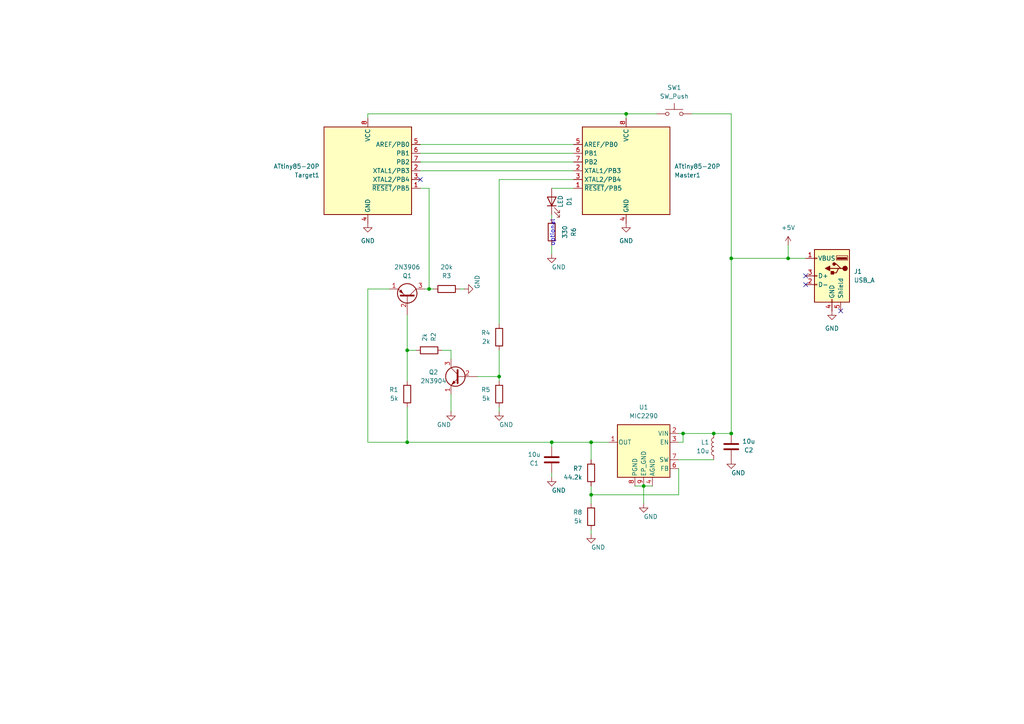
<source format=kicad_sch>
(kicad_sch (version 20231120) (generator "eeschema") (generator_version "8.0")
  (paper "A4")
  (lib_symbols
    (symbol "Connector:USB_A" (pin_names (offset 1.016))
      (property "Reference" "J" (at -5.08 11.43 0))
      (property "Value" "USB_A" (at -5.08 8.89 0))
      (symbol "USB_A_0_1"
        (rectangle (start -5.08 -7.62) (end 5.08 7.62) (stroke (width 0.254)) (fill (type background)))
        (circle (center -3.81 2.159) (radius 0.635) (stroke (width 0.254)) (fill (type outline)))
        (rectangle (start -1.524 4.826) (end -4.318 5.334) (fill (type outline)))
        (rectangle (start -1.27 4.572) (end -4.572 5.842))
        (circle (center -0.635 3.429) (radius 0.381) (stroke (width 0.254)) (fill (type outline)))
        (rectangle (start -0.127 -7.62) (end 0.127 -6.858))
        (polyline (pts (xy -3.175 2.159) (xy -2.54 2.159) (xy -1.27 3.429) (xy -0.635 3.429)) (stroke (width 0.254)))
        (polyline (pts (xy -2.54 2.159) (xy -1.905 2.159) (xy -1.27 0.889) (xy 0 0.889)) (stroke (width 0.254)))
        (polyline (pts (xy 0.635 2.794) (xy 0.635 1.524) (xy 1.905 2.159) (xy 0.635 2.794)) (stroke (width 0.254)) (fill (type outline)))
        (rectangle (start 0.254 1.27) (end -0.508 0.508) (stroke (width 0.254)) (fill (type outline)))
        (rectangle (start 5.08 -2.667) (end 4.318 -2.413))
        (rectangle (start 5.08 -0.127) (end 4.318 0.127))
        (rectangle (start 5.08 4.953) (end 4.318 5.207))
      )
      (symbol "USB_A_1_1"
        (polyline (pts (xy -1.905 2.159) (xy 0.635 2.159)) (stroke (width 0.254)))
        (pin power_in line (at 7.62 5.08 180) (length 2.54) (name "VBUS") (number "1"))
        (pin bidirectional line (at 7.62 -2.54 180) (length 2.54) (name "D-") (number "2"))
        (pin bidirectional line (at 7.62 0 180) (length 2.54) (name "D+") (number "3"))
        (pin power_in line (at 0 -10.16 90) (length 2.54) (name "GND") (number "4"))
        (pin passive line (at -2.54 -10.16 90) (length 2.54) (name "Shield") (number "5"))
      )
    )
    (symbol "Device:C" (pin_numbers hide) (pin_names (offset 0.254))
      (property "Reference" "C" (at 0.635 2.54 0))
      (property "Value" "C" (at 0.635 -2.54 0))
      (symbol "C_0_1"
        (polyline (pts (xy -2.032 -0.762) (xy 2.032 -0.762)) (stroke (width 0.508)))
        (polyline (pts (xy -2.032 0.762) (xy 2.032 0.762)) (stroke (width 0.508)))
      )
      (symbol "C_1_1"
        (pin passive line (at 0 3.81 270) (length 2.794) (name "~") (number "1"))
        (pin passive line (at 0 -3.81 90) (length 2.794) (name "~") (number "2"))
      )
    )
    (symbol "Device:L" (pin_numbers hide) (pin_names (offset 1.016) hide)
      (property "Reference" "L" (at -1.27 0 90))
      (property "Value" "L" (at 1.905 0 90))
      (symbol "L_0_1"
        (arc (start 0 -2.54) (mid 0.6323 -1.905) (end 0 -1.27))
        (arc (start 0 -1.27) (mid 0.6323 -0.635) (end 0 0))
        (arc (start 0 0) (mid 0.6323 0.635) (end 0 1.27))
        (arc (start 0 1.27) (mid 0.6323 1.905) (end 0 2.54))
      )
      (symbol "L_1_1"
        (pin passive line (at 0 3.81 270) (length 1.27) (name "1") (number "1"))
        (pin passive line (at 0 -3.81 90) (length 1.27) (name "2") (number "2"))
      )
    )
    (symbol "Device:LED" (pin_numbers hide) (pin_names (offset 1.016) hide)
      (property "Reference" "D" (at 0 2.54 0))
      (property "Value" "LED" (at 0 -2.54 0))
      (symbol "LED_0_1"
        (polyline (pts (xy -1.27 -1.27) (xy -1.27 1.27)) (stroke (width 0.254)))
        (polyline (pts (xy -1.27 0) (xy 1.27 0)))
        (polyline (pts (xy 1.27 -1.27) (xy 1.27 1.27) (xy -1.27 0) (xy 1.27 -1.27)) (stroke (width 0.254)))
        (polyline (pts (xy -3.048 -0.762) (xy -4.572 -2.286) (xy -3.81 -2.286) (xy -4.572 -2.286) (xy -4.572 -1.524)))
        (polyline (pts (xy -1.778 -0.762) (xy -3.302 -2.286) (xy -2.54 -2.286) (xy -3.302 -2.286) (xy -3.302 -1.524)))
      )
      (symbol "LED_1_1"
        (pin passive line (at -3.81 0 0) (length 2.54) (name "K") (number "1"))
        (pin passive line (at 3.81 0 180) (length 2.54) (name "A") (number "2"))
      )
    )
    (symbol "Device:R" (pin_numbers hide) (pin_names (offset 0))
      (property "Reference" "R" (at 2.032 0 90))
      (property "Value" "R" (at 0 0 90))
      (symbol "R_0_1"
        (rectangle (start -1.016 -2.54) (end 1.016 2.54) (stroke (width 0.254)))
      )
      (symbol "R_1_1"
        (pin passive line (at 0 3.81 270) (length 1.27) (name "~") (number "1"))
        (pin passive line (at 0 -3.81 90) (length 1.27) (name "~") (number "2"))
      )
    )
    (symbol "MCU_Microchip_ATtiny:ATtiny85-20P"
      (property "Reference" "U" (at -12.7 13.97 0))
      (property "Value" "ATtiny85-20P" (at 2.54 -13.97 0))
      (symbol "ATtiny85-20P_0_1"
        (rectangle (start -12.7 -12.7) (end 12.7 12.7) (stroke (width 0.254)) (fill (type background)))
      )
      (symbol "ATtiny85-20P_1_1"
        (pin bidirectional line (at 15.24 -5.08 180) (length 2.54) (name "~{RESET}/PB5") (number "1"))
        (pin bidirectional line (at 15.24 0 180) (length 2.54) (name "XTAL1/PB3") (number "2"))
        (pin bidirectional line (at 15.24 -2.54 180) (length 2.54) (name "XTAL2/PB4") (number "3"))
        (pin power_in line (at 0 -15.24 90) (length 2.54) (name "GND") (number "4"))
        (pin bidirectional line (at 15.24 7.62 180) (length 2.54) (name "AREF/PB0") (number "5"))
        (pin bidirectional line (at 15.24 5.08 180) (length 2.54) (name "PB1") (number "6"))
        (pin bidirectional line (at 15.24 2.54 180) (length 2.54) (name "PB2") (number "7"))
        (pin power_in line (at 0 15.24 270) (length 2.54) (name "VCC") (number "8"))
      )
    )
    (symbol "Regulator_Switching:MIC2290" (pin_names (offset 0.254))
      (property "Reference" "U" (at -7.62 8.89 0))
      (property "Value" "MIC2290" (at 0 8.89 0))
      (symbol "MIC2290_0_1"
        (rectangle (start -7.62 7.62) (end 7.62 -7.62) (stroke (width 0.254)) (fill (type background)))
      )
      (symbol "MIC2290_1_1"
        (pin power_out line (at 10.16 2.54 180) (length 2.54) (name "OUT") (number "1"))
        (pin power_in line (at -10.16 5.08 0) (length 2.54) (name "VIN") (number "2"))
        (pin input line (at -10.16 2.54 0) (length 2.54) (name "EN") (number "3"))
        (pin power_in line (at -2.54 -10.16 90) (length 2.54) (name "AGND") (number "4"))
        (pin no_connect line (at 5.08 5.08 180) (length 2.54) hide (name "NC") (number "5"))
        (pin input line (at -10.16 -5.08 0) (length 2.54) (name "FB") (number "6"))
        (pin input line (at -10.16 -2.54 0) (length 2.54) (name "SW") (number "7"))
        (pin power_in line (at 2.54 -10.16 90) (length 2.54) (name "PGND") (number "8"))
        (pin power_in line (at 0 -10.16 90) (length 2.54) (name "EP_GND") (number "9"))
      )
    )
    (symbol "Switch:SW_Push" (pin_numbers hide) (pin_names (offset 1.016) hide)
      (property "Reference" "SW" (at 1.27 2.54 0))
      (property "Value" "SW_Push" (at 0 -1.524 0))
      (symbol "SW_Push_0_1"
        (circle (center -2.032 0) (radius 0.508))
        (polyline (pts (xy 0 1.27) (xy 0 3.048)))
        (polyline (pts (xy 2.54 1.27) (xy -2.54 1.27)))
        (circle (center 2.032 0) (radius 0.508))
        (pin passive line (at -5.08 0 0) (length 2.54) (name "1") (number "1"))
        (pin passive line (at 5.08 0 180) (length 2.54) (name "2") (number "2"))
      )
    )
    (symbol "Transistor_BJT:2N3904" (pin_names (offset 0) hide)
      (property "Reference" "Q" (at 5.08 1.905 0))
      (property "Value" "2N3904" (at 5.08 0 0))
      (symbol "2N3904_0_1"
        (polyline (pts (xy 0.635 0.635) (xy 2.54 2.54)))
        (polyline (pts (xy 0.635 -0.635) (xy 2.54 -2.54) (xy 2.54 -2.54)))
        (polyline (pts (xy 0.635 1.905) (xy 0.635 -1.905) (xy 0.635 -1.905)) (stroke (width 0.508)))
        (polyline (pts (xy 1.27 -1.778) (xy 1.778 -1.27) (xy 2.286 -2.286) (xy 1.27 -1.778) (xy 1.27 -1.778)) (fill (type outline)))
        (circle (center 1.27 0) (radius 2.8194) (stroke (width 0.254)))
      )
      (symbol "2N3904_1_1"
        (pin passive line (at 2.54 -5.08 90) (length 2.54) (name "E") (number "1"))
        (pin passive line (at -5.08 0 0) (length 5.715) (name "B") (number "2"))
        (pin passive line (at 2.54 5.08 270) (length 2.54) (name "C") (number "3"))
      )
    )
    (symbol "Transistor_BJT:2N3906" (pin_names (offset 0) hide)
      (property "Reference" "Q" (at 5.08 1.905 0))
      (property "Value" "2N3906" (at 5.08 0 0))
      (symbol "2N3906_0_1"
        (polyline (pts (xy 0.635 0.635) (xy 2.54 2.54)))
        (polyline (pts (xy 0.635 -0.635) (xy 2.54 -2.54) (xy 2.54 -2.54)))
        (polyline (pts (xy 0.635 1.905) (xy 0.635 -1.905) (xy 0.635 -1.905)) (stroke (width 0.508)))
        (polyline (pts (xy 2.286 -1.778) (xy 1.778 -2.286) (xy 1.27 -1.27) (xy 2.286 -1.778) (xy 2.286 -1.778)) (fill (type outline)))
        (circle (center 1.27 0) (radius 2.8194) (stroke (width 0.254)))
      )
      (symbol "2N3906_1_1"
        (pin passive line (at 2.54 -5.08 90) (length 2.54) (name "E") (number "1"))
        (pin input line (at -5.08 0 0) (length 5.715) (name "B") (number "2"))
        (pin passive line (at 2.54 5.08 270) (length 2.54) (name "C") (number "3"))
      )
    )
    (symbol "power:+5V" (power) (pin_numbers hide) (pin_names (offset 0) hide)
      (property "Value" "+5V" (at 0 3.556 0))
      (symbol "+5V_0_1"
        (polyline (pts (xy -0.762 1.27) (xy 0 2.54)))
        (polyline (pts (xy 0 0) (xy 0 2.54)))
        (polyline (pts (xy 0 2.54) (xy 0.762 1.27)))
      )
      (symbol "+5V_1_1"
        (pin power_in line (at 0 0 90) (length 0) (name "~") (number "1"))
      )
    )
    (symbol "power:GND" (power) (pin_numbers hide) (pin_names (offset 0) hide)
      (property "Value" "GND" (at 0 -3.81 0))
      (symbol "GND_0_1"
        (polyline (pts (xy 0 0) (xy 0 -1.27) (xy 1.27 -1.27) (xy 0 -2.54) (xy -1.27 -1.27) (xy 0 -1.27)))
      )
      (symbol "GND_1_1"
        (pin power_in line (at 0 0 270) (length 0) (name "~") (number "1"))
      )
    )
  )
  (junction (at 186.69 140.97))
  (junction (at 212.09 125.73))
  (junction (at 171.45 128.27))
  (junction (at 198.12 125.73))
  (junction (at 207.01 125.73))
  (junction (at 124.46 83.82))
  (junction (at 118.11 101.6))
  (junction (at 171.45 143.51))
  (junction (at 181.61 33.02))
  (junction (at 160.02 128.27))
  (junction (at 228.6 74.93))
  (junction (at 144.78 109.22))
  (junction (at 118.11 128.27))
  (junction (at 212.09 74.93))
  (no_connect (at 243.84 90.17))
  (no_connect (at 233.68 82.55))
  (no_connect (at 233.68 80.01))
  (no_connect (at 121.92 52.07))
  (wire (pts (xy 186.69 140.97) (xy 186.69 146.05)))
  (wire (pts (xy 106.68 33.02) (xy 106.68 34.29)))
  (wire (pts (xy 160.02 137.16) (xy 160.02 138.43)))
  (wire (pts (xy 212.09 74.93) (xy 212.09 125.73)))
  (wire (pts (xy 184.15 140.97) (xy 186.69 140.97)))
  (wire (pts (xy 124.46 83.82) (xy 123.19 83.82)))
  (wire (pts (xy 121.92 49.53) (xy 166.37 49.53)))
  (wire (pts (xy 133.35 83.82) (xy 134.62 83.82)))
  (wire (pts (xy 228.6 71.12) (xy 228.6 74.93)))
  (wire (pts (xy 171.45 128.27) (xy 176.53 128.27)))
  (wire (pts (xy 196.85 128.27) (xy 198.12 128.27)))
  (wire (pts (xy 212.09 33.02) (xy 200.66 33.02)))
  (wire (pts (xy 160.02 62.23) (xy 160.02 63.5)))
  (wire (pts (xy 144.78 118.11) (xy 144.78 119.38)))
  (wire (pts (xy 207.01 125.73) (xy 212.09 125.73)))
  (wire (pts (xy 198.12 125.73) (xy 198.12 128.27)))
  (wire (pts (xy 186.69 140.97) (xy 189.23 140.97)))
  (wire (pts (xy 160.02 128.27) (xy 171.45 128.27)))
  (wire (pts (xy 118.11 101.6) (xy 120.65 101.6)))
  (wire (pts (xy 106.68 83.82) (xy 106.68 128.27)))
  (wire (pts (xy 130.81 119.38) (xy 130.81 114.3)))
  (wire (pts (xy 121.92 46.99) (xy 166.37 46.99)))
  (wire (pts (xy 171.45 143.51) (xy 196.85 143.51)))
  (wire (pts (xy 171.45 153.67) (xy 171.45 154.94)))
  (wire (pts (xy 171.45 128.27) (xy 171.45 133.35)))
  (wire (pts (xy 160.02 128.27) (xy 160.02 129.54)))
  (wire (pts (xy 121.92 41.91) (xy 166.37 41.91)))
  (wire (pts (xy 196.85 125.73) (xy 198.12 125.73)))
  (wire (pts (xy 196.85 135.89) (xy 196.85 143.51)))
  (wire (pts (xy 228.6 74.93) (xy 233.68 74.93)))
  (wire (pts (xy 144.78 109.22) (xy 144.78 110.49)))
  (wire (pts (xy 124.46 83.82) (xy 124.46 54.61)))
  (wire (pts (xy 128.27 101.6) (xy 130.81 101.6)))
  (wire (pts (xy 121.92 44.45) (xy 166.37 44.45)))
  (wire (pts (xy 124.46 83.82) (xy 125.73 83.82)))
  (wire (pts (xy 118.11 128.27) (xy 160.02 128.27)))
  (wire (pts (xy 198.12 125.73) (xy 207.01 125.73)))
  (wire (pts (xy 118.11 118.11) (xy 118.11 128.27)))
  (wire (pts (xy 160.02 71.12) (xy 160.02 73.66)))
  (wire (pts (xy 190.5 33.02) (xy 181.61 33.02)))
  (wire (pts (xy 144.78 52.07) (xy 166.37 52.07)))
  (wire (pts (xy 124.46 54.61) (xy 121.92 54.61)))
  (wire (pts (xy 171.45 143.51) (xy 171.45 146.05)))
  (wire (pts (xy 212.09 74.93) (xy 228.6 74.93)))
  (wire (pts (xy 212.09 33.02) (xy 212.09 74.93)))
  (wire (pts (xy 171.45 140.97) (xy 171.45 143.51)))
  (wire (pts (xy 138.43 109.22) (xy 144.78 109.22)))
  (wire (pts (xy 106.68 33.02) (xy 181.61 33.02)))
  (wire (pts (xy 144.78 101.6) (xy 144.78 109.22)))
  (wire (pts (xy 106.68 128.27) (xy 118.11 128.27)))
  (wire (pts (xy 118.11 91.44) (xy 118.11 101.6)))
  (wire (pts (xy 144.78 52.07) (xy 144.78 93.98)))
  (wire (pts (xy 113.03 83.82) (xy 106.68 83.82)))
  (wire (pts (xy 181.61 33.02) (xy 181.61 34.29)))
  (wire (pts (xy 196.85 133.35) (xy 207.01 133.35)))
  (wire (pts (xy 118.11 101.6) (xy 118.11 110.49)))
  (wire (pts (xy 130.81 101.6) (xy 130.81 104.14)))
  (wire (pts (xy 160.02 54.61) (xy 166.37 54.61)))
  (text "optional" (at 160.274 67.564 90) (effects (font (size 1.27 1.27))))
  (symbol (lib_id "Device:R") (at 144.78 114.3 0) (mirror x) (unit 1)
    (property "Reference" "R5" (at 142.24 113.0299 0) (effects (justify right)))
    (property "Value" "5k" (at 142.24 115.5699 0) (effects (justify right)))
    (property "Footprint" "Resistor_SMD:R_0805_2012Metric" (effects (hide yes)))
    (property "Description" "Resistor" (effects (hide yes)))
  )
  (symbol (lib_id "power:GND") (at 130.81 119.38 0) (unit 1)
    (property "Reference" "#PWR02" (effects (hide yes)))
    (property "Value" "GND" (at 130.8101 123.19 0) (effects (justify right)))
    (property "Description" "Power symbol creates a global label with name \"GND\" , ground" (effects (hide yes)))
  )
  (symbol (lib_id "power:GND") (at 171.45 154.94 0) (mirror y) (unit 1)
    (property "Reference" "#PWR07" (effects (hide yes)))
    (property "Value" "GND" (at 171.4499 158.75 0) (effects (justify right)))
    (property "Description" "Power symbol creates a global label with name \"GND\" , ground" (effects (hide yes)))
  )
  (symbol (lib_id "Device:R") (at 124.46 101.6 90) (mirror x) (unit 1)
    (property "Reference" "R2" (at 125.7301 99.06 0) (effects (justify right)))
    (property "Value" "2k" (at 123.1901 99.06 0) (effects (justify right)))
    (property "Footprint" "Resistor_SMD:R_0603_1608Metric" (effects (hide yes)))
    (property "Description" "Resistor" (effects (hide yes)))
  )
  (symbol (lib_id "Device:R") (at 171.45 137.16 0) (mirror x) (unit 1)
    (property "Reference" "R7" (at 168.91 135.8899 0) (effects (justify right)))
    (property "Value" "44.2k" (at 168.91 138.4299 0) (effects (justify right)))
    (property "Footprint" "Resistor_SMD:R_1206_3216Metric" (effects (hide yes)))
    (property "Description" "Resistor" (effects (hide yes)))
  )
  (symbol (lib_id "MCU_Microchip_ATtiny:ATtiny85-20P") (at 106.68 49.53 0) (unit 1)
    (property "Reference" "Target1" (at 92.71 50.8001 0) (effects (justify right)))
    (property "Value" "ATtiny85-20P" (at 92.71 48.2601 0) (effects (justify right)))
    (property "Footprint" "Package_DIP:DIP-8_W7.62mm" (effects (hide yes)))
    (property "Datasheet" "http://ww1.microchip.com/downloads/en/DeviceDoc/atmel-2586-avr-8-bit-microcontroller-attiny25-attiny45-attiny85_datasheet.pdf" (effects (hide yes)))
    (property "Description" "20MHz, 8kB Flash, 512B SRAM, 512B EEPROM, debugWIRE, DIP-8" (effects (hide yes)))
  )
  (symbol (lib_id "Device:C") (at 160.02 133.35 0) (mirror y) (unit 1)
    (property "Reference" "C1" (at 154.94 134.366 0))
    (property "Value" "10u" (at 154.94 131.826 0))
    (property "Footprint" "Capacitor_SMD:C_1210_3225Metric" (effects (hide yes)))
    (property "Description" "Unpolarized capacitor" (effects (hide yes)))
  )
  (symbol (lib_id "Connector:USB_A") (at 241.3 80.01 0) (mirror y) (unit 1)
    (property "Reference" "J1" (at 247.65 78.7399 0) (effects (justify right)))
    (property "Value" "USB_A" (at 247.65 81.2799 0) (effects (justify right)))
    (property "Footprint" "Connector_USB:USB_A_Molex_48037-2200_Horizontal" (effects (hide yes)))
    (property "Description" "USB Type A connector" (effects (hide yes)))
  )
  (symbol (lib_id "MCU_Microchip_ATtiny:ATtiny85-20P") (at 181.61 49.53 0) (mirror y) (unit 1)
    (property "Reference" "Master1" (at 195.58 50.8001 0) (effects (justify right)))
    (property "Value" "ATtiny85-20P" (at 195.58 48.2601 0) (effects (justify right)))
    (property "Footprint" "Package_DIP:DIP-8_W7.62mm" (effects (hide yes)))
    (property "Datasheet" "http://ww1.microchip.com/downloads/en/DeviceDoc/atmel-2586-avr-8-bit-microcontroller-attiny25-attiny45-attiny85_datasheet.pdf" (effects (hide yes)))
    (property "Description" "20MHz, 8kB Flash, 512B SRAM, 512B EEPROM, debugWIRE, DIP-8" (effects (hide yes)))
  )
  (symbol (lib_id "power:GND") (at 106.68 64.77 0) (unit 1)
    (property "Reference" "#PWR01" (effects (hide yes)))
    (property "Value" "GND" (at 106.68 69.85 0))
    (property "Description" "Power symbol creates a global label with name \"GND\" , ground" (effects (hide yes)))
  )
  (symbol (lib_id "power:GND") (at 181.61 64.77 0) (unit 1)
    (property "Reference" "#PWR08" (effects (hide yes)))
    (property "Value" "GND" (at 181.61 69.85 0))
    (property "Description" "Power symbol creates a global label with name \"GND\" , ground" (effects (hide yes)))
  )
  (symbol (lib_id "power:+5V") (at 228.6 71.12 0) (unit 1)
    (property "Reference" "#PWR012" (effects (hide yes)))
    (property "Value" "+5V" (at 228.6 66.04 0))
    (property "Description" "Power symbol creates a global label with name \"+5V\"" (effects (hide yes)))
  )
  (symbol (lib_id "Device:C") (at 212.09 129.54 0) (unit 1)
    (property "Reference" "C2" (at 217.17 130.556 0))
    (property "Value" "10u" (at 217.17 128.016 0))
    (property "Footprint" "Capacitor_SMD:C_1210_3225Metric" (effects (hide yes)))
    (property "Description" "Unpolarized capacitor" (effects (hide yes)))
  )
  (symbol (lib_id "Device:R") (at 144.78 97.79 0) (mirror x) (unit 1)
    (property "Reference" "R4" (at 142.24 96.5199 0) (effects (justify right)))
    (property "Value" "2k" (at 142.24 99.0599 0) (effects (justify right)))
    (property "Footprint" "Resistor_SMD:R_0603_1608Metric" (effects (hide yes)))
    (property "Description" "Resistor" (effects (hide yes)))
  )
  (symbol (lib_id "power:GND") (at 144.78 119.38 0) (mirror y) (unit 1)
    (property "Reference" "#PWR04" (effects (hide yes)))
    (property "Value" "GND" (at 144.7799 123.19 0) (effects (justify right)))
    (property "Description" "Power symbol creates a global label with name \"GND\" , ground" (effects (hide yes)))
  )
  (symbol (lib_id "Device:R") (at 171.45 149.86 0) (mirror x) (unit 1)
    (property "Reference" "R8" (at 168.91 148.5899 0) (effects (justify right)))
    (property "Value" "5k" (at 168.91 151.1299 0) (effects (justify right)))
    (property "Footprint" "Resistor_SMD:R_0805_2012Metric" (effects (hide yes)))
    (property "Description" "Resistor" (effects (hide yes)))
  )
  (symbol (lib_id "power:GND") (at 241.3 90.17 0) (unit 1)
    (property "Reference" "#PWR011" (effects (hide yes)))
    (property "Value" "GND" (at 241.3 95.25 0))
    (property "Description" "Power symbol creates a global label with name \"GND\" , ground" (effects (hide yes)))
  )
  (symbol (lib_id "Device:R") (at 129.54 83.82 90) (mirror x) (unit 1)
    (property "Reference" "R3" (at 129.54 80.01 90))
    (property "Value" "20k" (at 129.54 77.47 90))
    (property "Footprint" "Resistor_SMD:R_0805_2012Metric" (effects (hide yes)))
    (property "Description" "Resistor" (effects (hide yes)))
  )
  (symbol (lib_id "Regulator_Switching:MIC2290") (at 186.69 130.81 0) (mirror y) (unit 1)
    (property "Reference" "U1" (at 186.69 118.11 0))
    (property "Value" "MIC2290" (at 186.69 120.65 0))
    (property "Footprint" "Package_DFN_QFN:Micrel_MLF-8-1EP_2x2mm_P0.5mm_EP0.6x1.2mm" (effects (hide yes)))
    (property "Datasheet" "http://ww1.microchip.com/downloads/en/DeviceDoc/mic2290.pdf" (effects (hide yes)))
    (property "Description" "1.2 Mhz PWM Boost Regulator with Internal Schotty Diode, MLF-8" (effects (hide yes)))
  )
  (symbol (lib_id "Switch:SW_Push") (at 195.58 33.02 0) (unit 1)
    (property "Reference" "SW1" (at 195.58 25.4 0))
    (property "Value" "SW_Push" (at 195.58 27.94 0))
    (property "Footprint" "Button_Switch_SMD:SW_SPST_Omron_B3FS-101xP" (effects (hide yes)))
    (property "Description" "Push button switch, generic, two pins" (effects (hide yes)))
  )
  (symbol (lib_id "Device:R") (at 160.02 67.31 0) (unit 1)
    (property "Reference" "R6" (at 166.37 67.31 90))
    (property "Value" "330" (at 163.83 67.31 90))
    (property "Footprint" "Resistor_SMD:R_2010_5025Metric" (effects (hide yes)))
    (property "Description" "Resistor" (effects (hide yes)))
  )
  (symbol (lib_id "Device:L") (at 207.01 129.54 0) (mirror y) (unit 1)
    (property "Reference" "L1" (at 205.74 128.2699 0) (effects (justify left)))
    (property "Value" "10u" (at 205.74 130.8099 0) (effects (justify left)))
    (property "Footprint" "miscellaneous:IDCP2218-01" (effects (hide yes)))
    (property "Description" "Inductor" (effects (hide yes)))
  )
  (symbol (lib_id "Transistor_BJT:2N3906") (at 118.11 86.36 270) (mirror x) (unit 1)
    (property "Reference" "Q1" (at 118.11 80.01 90))
    (property "Value" "2N3906" (at 118.11 77.47 90))
    (property "Footprint" "Package_TO_SOT_THT:TO-92_Inline" (effects (hide yes)))
    (property "Datasheet" "https://www.onsemi.com/pub/Collateral/2N3906-D.PDF" (effects (hide yes)))
    (property "Description" "-0.2A Ic, -40V Vce, Small Signal PNP Transistor, TO-92" (effects (hide yes)))
  )
  (symbol (lib_id "power:GND") (at 212.09 133.35 0) (mirror y) (unit 1)
    (property "Reference" "#PWR010" (effects (hide yes)))
    (property "Value" "GND" (at 212.0899 137.16 0) (effects (justify right)))
    (property "Description" "Power symbol creates a global label with name \"GND\" , ground" (effects (hide yes)))
  )
  (symbol (lib_id "power:GND") (at 134.62 83.82 90) (mirror x) (unit 1)
    (property "Reference" "#PWR03" (effects (hide yes)))
    (property "Value" "GND" (at 138.43 83.8201 0) (effects (justify right)))
    (property "Description" "Power symbol creates a global label with name \"GND\" , ground" (effects (hide yes)))
  )
  (symbol (lib_id "power:GND") (at 186.69 146.05 0) (mirror y) (unit 1)
    (property "Reference" "#PWR09" (effects (hide yes)))
    (property "Value" "GND" (at 186.6899 149.86 0) (effects (justify right)))
    (property "Description" "Power symbol creates a global label with name \"GND\" , ground" (effects (hide yes)))
  )
  (symbol (lib_id "Device:R") (at 118.11 114.3 0) (mirror x) (unit 1)
    (property "Reference" "R1" (at 115.57 113.0299 0) (effects (justify right)))
    (property "Value" "5k" (at 115.57 115.5699 0) (effects (justify right)))
    (property "Footprint" "Resistor_SMD:R_0805_2012Metric" (effects (hide yes)))
    (property "Description" "Resistor" (effects (hide yes)))
  )
  (symbol (lib_id "power:GND") (at 160.02 73.66 0) (mirror y) (unit 1)
    (property "Reference" "#PWR05" (effects (hide yes)))
    (property "Value" "GND" (at 160.0199 77.47 0) (effects (justify right)))
    (property "Description" "Power symbol creates a global label with name \"GND\" , ground" (effects (hide yes)))
  )
  (symbol (lib_id "Device:LED") (at 160.02 58.42 90) (unit 1)
    (property "Reference" "D1" (at 165.1 58.42 0))
    (property "Value" "LED" (at 162.56 58.42 0))
    (property "Footprint" "LED_THT:LED_Rectangular_W3.0mm_H2.0mm" (effects (hide yes)))
    (property "Description" "Light emitting diode" (effects (hide yes)))
  )
  (symbol (lib_id "Transistor_BJT:2N3904") (at 133.35 109.22 0) (mirror y) (unit 1)
    (property "Reference" "Q2" (at 125.73 107.95 0))
    (property "Value" "2N3904" (at 125.73 110.49 0))
    (property "Footprint" "Package_TO_SOT_THT:TO-92_Inline" (effects (hide yes)))
    (property "Datasheet" "https://www.onsemi.com/pub/Collateral/2N3903-D.PDF" (effects (hide yes)))
    (property "Description" "0.2A Ic, 40V Vce, Small Signal NPN Transistor, TO-92" (effects (hide yes)))
  )
  (symbol (lib_id "power:GND") (at 160.02 138.43 0) (mirror y) (unit 1)
    (property "Reference" "#PWR06" (effects (hide yes)))
    (property "Value" "GND" (at 160.0199 142.24 0) (effects (justify right)))
    (property "Description" "Power symbol creates a global label with name \"GND\" , ground" (effects (hide yes)))
  )
)
</source>
